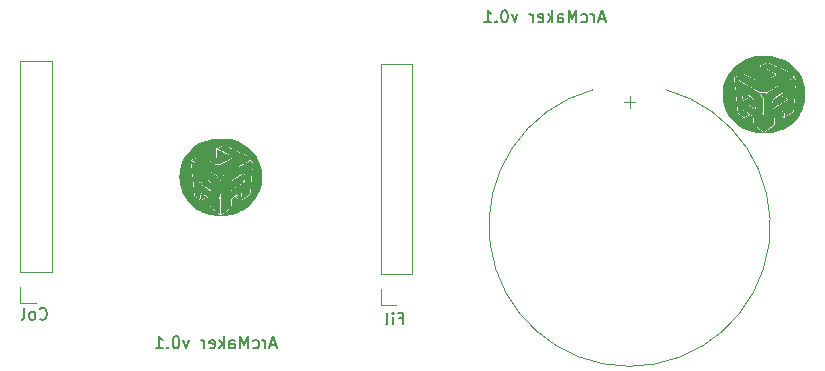
<source format=gbr>
%TF.GenerationSoftware,KiCad,Pcbnew,8.0.7*%
%TF.CreationDate,2025-04-21T23:50:56-03:00*%
%TF.ProjectId,matrixdisplay,6d617472-6978-4646-9973-706c61792e6b,rev?*%
%TF.SameCoordinates,Original*%
%TF.FileFunction,Legend,Bot*%
%TF.FilePolarity,Positive*%
%FSLAX46Y46*%
G04 Gerber Fmt 4.6, Leading zero omitted, Abs format (unit mm)*
G04 Created by KiCad (PCBNEW 8.0.7) date 2025-04-21 23:50:56*
%MOMM*%
%LPD*%
G01*
G04 APERTURE LIST*
%ADD10C,0.200000*%
%ADD11C,0.000000*%
%ADD12C,0.120000*%
G04 APERTURE END LIST*
D10*
X167327945Y-76181504D02*
X166851755Y-76181504D01*
X167423183Y-76467219D02*
X167089850Y-75467219D01*
X167089850Y-75467219D02*
X166756517Y-76467219D01*
X166423183Y-76467219D02*
X166423183Y-75800552D01*
X166423183Y-75991028D02*
X166375564Y-75895790D01*
X166375564Y-75895790D02*
X166327945Y-75848171D01*
X166327945Y-75848171D02*
X166232707Y-75800552D01*
X166232707Y-75800552D02*
X166137469Y-75800552D01*
X165375564Y-76419600D02*
X165470802Y-76467219D01*
X165470802Y-76467219D02*
X165661278Y-76467219D01*
X165661278Y-76467219D02*
X165756516Y-76419600D01*
X165756516Y-76419600D02*
X165804135Y-76371980D01*
X165804135Y-76371980D02*
X165851754Y-76276742D01*
X165851754Y-76276742D02*
X165851754Y-75991028D01*
X165851754Y-75991028D02*
X165804135Y-75895790D01*
X165804135Y-75895790D02*
X165756516Y-75848171D01*
X165756516Y-75848171D02*
X165661278Y-75800552D01*
X165661278Y-75800552D02*
X165470802Y-75800552D01*
X165470802Y-75800552D02*
X165375564Y-75848171D01*
X164946992Y-76467219D02*
X164946992Y-75467219D01*
X164946992Y-75467219D02*
X164613659Y-76181504D01*
X164613659Y-76181504D02*
X164280326Y-75467219D01*
X164280326Y-75467219D02*
X164280326Y-76467219D01*
X163375564Y-76467219D02*
X163375564Y-75943409D01*
X163375564Y-75943409D02*
X163423183Y-75848171D01*
X163423183Y-75848171D02*
X163518421Y-75800552D01*
X163518421Y-75800552D02*
X163708897Y-75800552D01*
X163708897Y-75800552D02*
X163804135Y-75848171D01*
X163375564Y-76419600D02*
X163470802Y-76467219D01*
X163470802Y-76467219D02*
X163708897Y-76467219D01*
X163708897Y-76467219D02*
X163804135Y-76419600D01*
X163804135Y-76419600D02*
X163851754Y-76324361D01*
X163851754Y-76324361D02*
X163851754Y-76229123D01*
X163851754Y-76229123D02*
X163804135Y-76133885D01*
X163804135Y-76133885D02*
X163708897Y-76086266D01*
X163708897Y-76086266D02*
X163470802Y-76086266D01*
X163470802Y-76086266D02*
X163375564Y-76038647D01*
X162899373Y-76467219D02*
X162899373Y-75467219D01*
X162804135Y-76086266D02*
X162518421Y-76467219D01*
X162518421Y-75800552D02*
X162899373Y-76181504D01*
X161708897Y-76419600D02*
X161804135Y-76467219D01*
X161804135Y-76467219D02*
X161994611Y-76467219D01*
X161994611Y-76467219D02*
X162089849Y-76419600D01*
X162089849Y-76419600D02*
X162137468Y-76324361D01*
X162137468Y-76324361D02*
X162137468Y-75943409D01*
X162137468Y-75943409D02*
X162089849Y-75848171D01*
X162089849Y-75848171D02*
X161994611Y-75800552D01*
X161994611Y-75800552D02*
X161804135Y-75800552D01*
X161804135Y-75800552D02*
X161708897Y-75848171D01*
X161708897Y-75848171D02*
X161661278Y-75943409D01*
X161661278Y-75943409D02*
X161661278Y-76038647D01*
X161661278Y-76038647D02*
X162137468Y-76133885D01*
X161232706Y-76467219D02*
X161232706Y-75800552D01*
X161232706Y-75991028D02*
X161185087Y-75895790D01*
X161185087Y-75895790D02*
X161137468Y-75848171D01*
X161137468Y-75848171D02*
X161042230Y-75800552D01*
X161042230Y-75800552D02*
X160946992Y-75800552D01*
X159946991Y-75800552D02*
X159708896Y-76467219D01*
X159708896Y-76467219D02*
X159470801Y-75800552D01*
X158899372Y-75467219D02*
X158804134Y-75467219D01*
X158804134Y-75467219D02*
X158708896Y-75514838D01*
X158708896Y-75514838D02*
X158661277Y-75562457D01*
X158661277Y-75562457D02*
X158613658Y-75657695D01*
X158613658Y-75657695D02*
X158566039Y-75848171D01*
X158566039Y-75848171D02*
X158566039Y-76086266D01*
X158566039Y-76086266D02*
X158613658Y-76276742D01*
X158613658Y-76276742D02*
X158661277Y-76371980D01*
X158661277Y-76371980D02*
X158708896Y-76419600D01*
X158708896Y-76419600D02*
X158804134Y-76467219D01*
X158804134Y-76467219D02*
X158899372Y-76467219D01*
X158899372Y-76467219D02*
X158994610Y-76419600D01*
X158994610Y-76419600D02*
X159042229Y-76371980D01*
X159042229Y-76371980D02*
X159089848Y-76276742D01*
X159089848Y-76276742D02*
X159137467Y-76086266D01*
X159137467Y-76086266D02*
X159137467Y-75848171D01*
X159137467Y-75848171D02*
X159089848Y-75657695D01*
X159089848Y-75657695D02*
X159042229Y-75562457D01*
X159042229Y-75562457D02*
X158994610Y-75514838D01*
X158994610Y-75514838D02*
X158899372Y-75467219D01*
X158137467Y-76371980D02*
X158089848Y-76419600D01*
X158089848Y-76419600D02*
X158137467Y-76467219D01*
X158137467Y-76467219D02*
X158185086Y-76419600D01*
X158185086Y-76419600D02*
X158137467Y-76371980D01*
X158137467Y-76371980D02*
X158137467Y-76467219D01*
X157137468Y-76467219D02*
X157708896Y-76467219D01*
X157423182Y-76467219D02*
X157423182Y-75467219D01*
X157423182Y-75467219D02*
X157518420Y-75610076D01*
X157518420Y-75610076D02*
X157613658Y-75705314D01*
X157613658Y-75705314D02*
X157708896Y-75752933D01*
X139527945Y-103781504D02*
X139051755Y-103781504D01*
X139623183Y-104067219D02*
X139289850Y-103067219D01*
X139289850Y-103067219D02*
X138956517Y-104067219D01*
X138623183Y-104067219D02*
X138623183Y-103400552D01*
X138623183Y-103591028D02*
X138575564Y-103495790D01*
X138575564Y-103495790D02*
X138527945Y-103448171D01*
X138527945Y-103448171D02*
X138432707Y-103400552D01*
X138432707Y-103400552D02*
X138337469Y-103400552D01*
X137575564Y-104019600D02*
X137670802Y-104067219D01*
X137670802Y-104067219D02*
X137861278Y-104067219D01*
X137861278Y-104067219D02*
X137956516Y-104019600D01*
X137956516Y-104019600D02*
X138004135Y-103971980D01*
X138004135Y-103971980D02*
X138051754Y-103876742D01*
X138051754Y-103876742D02*
X138051754Y-103591028D01*
X138051754Y-103591028D02*
X138004135Y-103495790D01*
X138004135Y-103495790D02*
X137956516Y-103448171D01*
X137956516Y-103448171D02*
X137861278Y-103400552D01*
X137861278Y-103400552D02*
X137670802Y-103400552D01*
X137670802Y-103400552D02*
X137575564Y-103448171D01*
X137146992Y-104067219D02*
X137146992Y-103067219D01*
X137146992Y-103067219D02*
X136813659Y-103781504D01*
X136813659Y-103781504D02*
X136480326Y-103067219D01*
X136480326Y-103067219D02*
X136480326Y-104067219D01*
X135575564Y-104067219D02*
X135575564Y-103543409D01*
X135575564Y-103543409D02*
X135623183Y-103448171D01*
X135623183Y-103448171D02*
X135718421Y-103400552D01*
X135718421Y-103400552D02*
X135908897Y-103400552D01*
X135908897Y-103400552D02*
X136004135Y-103448171D01*
X135575564Y-104019600D02*
X135670802Y-104067219D01*
X135670802Y-104067219D02*
X135908897Y-104067219D01*
X135908897Y-104067219D02*
X136004135Y-104019600D01*
X136004135Y-104019600D02*
X136051754Y-103924361D01*
X136051754Y-103924361D02*
X136051754Y-103829123D01*
X136051754Y-103829123D02*
X136004135Y-103733885D01*
X136004135Y-103733885D02*
X135908897Y-103686266D01*
X135908897Y-103686266D02*
X135670802Y-103686266D01*
X135670802Y-103686266D02*
X135575564Y-103638647D01*
X135099373Y-104067219D02*
X135099373Y-103067219D01*
X135004135Y-103686266D02*
X134718421Y-104067219D01*
X134718421Y-103400552D02*
X135099373Y-103781504D01*
X133908897Y-104019600D02*
X134004135Y-104067219D01*
X134004135Y-104067219D02*
X134194611Y-104067219D01*
X134194611Y-104067219D02*
X134289849Y-104019600D01*
X134289849Y-104019600D02*
X134337468Y-103924361D01*
X134337468Y-103924361D02*
X134337468Y-103543409D01*
X134337468Y-103543409D02*
X134289849Y-103448171D01*
X134289849Y-103448171D02*
X134194611Y-103400552D01*
X134194611Y-103400552D02*
X134004135Y-103400552D01*
X134004135Y-103400552D02*
X133908897Y-103448171D01*
X133908897Y-103448171D02*
X133861278Y-103543409D01*
X133861278Y-103543409D02*
X133861278Y-103638647D01*
X133861278Y-103638647D02*
X134337468Y-103733885D01*
X133432706Y-104067219D02*
X133432706Y-103400552D01*
X133432706Y-103591028D02*
X133385087Y-103495790D01*
X133385087Y-103495790D02*
X133337468Y-103448171D01*
X133337468Y-103448171D02*
X133242230Y-103400552D01*
X133242230Y-103400552D02*
X133146992Y-103400552D01*
X132146991Y-103400552D02*
X131908896Y-104067219D01*
X131908896Y-104067219D02*
X131670801Y-103400552D01*
X131099372Y-103067219D02*
X131004134Y-103067219D01*
X131004134Y-103067219D02*
X130908896Y-103114838D01*
X130908896Y-103114838D02*
X130861277Y-103162457D01*
X130861277Y-103162457D02*
X130813658Y-103257695D01*
X130813658Y-103257695D02*
X130766039Y-103448171D01*
X130766039Y-103448171D02*
X130766039Y-103686266D01*
X130766039Y-103686266D02*
X130813658Y-103876742D01*
X130813658Y-103876742D02*
X130861277Y-103971980D01*
X130861277Y-103971980D02*
X130908896Y-104019600D01*
X130908896Y-104019600D02*
X131004134Y-104067219D01*
X131004134Y-104067219D02*
X131099372Y-104067219D01*
X131099372Y-104067219D02*
X131194610Y-104019600D01*
X131194610Y-104019600D02*
X131242229Y-103971980D01*
X131242229Y-103971980D02*
X131289848Y-103876742D01*
X131289848Y-103876742D02*
X131337467Y-103686266D01*
X131337467Y-103686266D02*
X131337467Y-103448171D01*
X131337467Y-103448171D02*
X131289848Y-103257695D01*
X131289848Y-103257695D02*
X131242229Y-103162457D01*
X131242229Y-103162457D02*
X131194610Y-103114838D01*
X131194610Y-103114838D02*
X131099372Y-103067219D01*
X130337467Y-103971980D02*
X130289848Y-104019600D01*
X130289848Y-104019600D02*
X130337467Y-104067219D01*
X130337467Y-104067219D02*
X130385086Y-104019600D01*
X130385086Y-104019600D02*
X130337467Y-103971980D01*
X130337467Y-103971980D02*
X130337467Y-104067219D01*
X129337468Y-104067219D02*
X129908896Y-104067219D01*
X129623182Y-104067219D02*
X129623182Y-103067219D01*
X129623182Y-103067219D02*
X129718420Y-103210076D01*
X129718420Y-103210076D02*
X129813658Y-103305314D01*
X129813658Y-103305314D02*
X129908896Y-103352933D01*
X119508898Y-101571980D02*
X119556517Y-101619600D01*
X119556517Y-101619600D02*
X119699374Y-101667219D01*
X119699374Y-101667219D02*
X119794612Y-101667219D01*
X119794612Y-101667219D02*
X119937469Y-101619600D01*
X119937469Y-101619600D02*
X120032707Y-101524361D01*
X120032707Y-101524361D02*
X120080326Y-101429123D01*
X120080326Y-101429123D02*
X120127945Y-101238647D01*
X120127945Y-101238647D02*
X120127945Y-101095790D01*
X120127945Y-101095790D02*
X120080326Y-100905314D01*
X120080326Y-100905314D02*
X120032707Y-100810076D01*
X120032707Y-100810076D02*
X119937469Y-100714838D01*
X119937469Y-100714838D02*
X119794612Y-100667219D01*
X119794612Y-100667219D02*
X119699374Y-100667219D01*
X119699374Y-100667219D02*
X119556517Y-100714838D01*
X119556517Y-100714838D02*
X119508898Y-100762457D01*
X118937469Y-101667219D02*
X119032707Y-101619600D01*
X119032707Y-101619600D02*
X119080326Y-101571980D01*
X119080326Y-101571980D02*
X119127945Y-101476742D01*
X119127945Y-101476742D02*
X119127945Y-101191028D01*
X119127945Y-101191028D02*
X119080326Y-101095790D01*
X119080326Y-101095790D02*
X119032707Y-101048171D01*
X119032707Y-101048171D02*
X118937469Y-101000552D01*
X118937469Y-101000552D02*
X118794612Y-101000552D01*
X118794612Y-101000552D02*
X118699374Y-101048171D01*
X118699374Y-101048171D02*
X118651755Y-101095790D01*
X118651755Y-101095790D02*
X118604136Y-101191028D01*
X118604136Y-101191028D02*
X118604136Y-101476742D01*
X118604136Y-101476742D02*
X118651755Y-101571980D01*
X118651755Y-101571980D02*
X118699374Y-101619600D01*
X118699374Y-101619600D02*
X118794612Y-101667219D01*
X118794612Y-101667219D02*
X118937469Y-101667219D01*
X118032707Y-101667219D02*
X118127945Y-101619600D01*
X118127945Y-101619600D02*
X118175564Y-101524361D01*
X118175564Y-101524361D02*
X118175564Y-100667219D01*
X149946993Y-101543409D02*
X150280326Y-101543409D01*
X150280326Y-102067219D02*
X150280326Y-101067219D01*
X150280326Y-101067219D02*
X149804136Y-101067219D01*
X149423183Y-102067219D02*
X149423183Y-101400552D01*
X149423183Y-101067219D02*
X149470802Y-101114838D01*
X149470802Y-101114838D02*
X149423183Y-101162457D01*
X149423183Y-101162457D02*
X149375564Y-101114838D01*
X149375564Y-101114838D02*
X149423183Y-101067219D01*
X149423183Y-101067219D02*
X149423183Y-101162457D01*
X148804136Y-102067219D02*
X148899374Y-102019600D01*
X148899374Y-102019600D02*
X148946993Y-101924361D01*
X148946993Y-101924361D02*
X148946993Y-101067219D01*
D11*
%TO.C,G\u002A\u002A\u002A*%
G36*
X138147291Y-88463370D02*
G01*
X138234283Y-88733806D01*
X138295743Y-89011795D01*
X138332218Y-89299729D01*
X138344254Y-89600000D01*
X138343844Y-89657053D01*
X138327705Y-89951633D01*
X138287548Y-90234128D01*
X138222650Y-90507717D01*
X138132285Y-90775574D01*
X138015730Y-91040876D01*
X138004482Y-91063604D01*
X137859655Y-91322769D01*
X137693012Y-91565772D01*
X137506145Y-91791485D01*
X137300649Y-91998779D01*
X137078118Y-92186526D01*
X136840146Y-92353599D01*
X136588328Y-92498868D01*
X136324258Y-92621205D01*
X136049530Y-92719483D01*
X135765737Y-92792573D01*
X135474475Y-92839347D01*
X135440258Y-92842253D01*
X135371760Y-92845739D01*
X135282782Y-92848588D01*
X135177729Y-92850796D01*
X135061005Y-92852357D01*
X134937014Y-92853266D01*
X134810158Y-92853516D01*
X134684843Y-92853103D01*
X134565471Y-92852021D01*
X134456447Y-92850264D01*
X134362174Y-92847828D01*
X134287056Y-92844706D01*
X134235497Y-92840893D01*
X134220485Y-92839227D01*
X133924501Y-92791892D01*
X133637158Y-92718458D01*
X133359871Y-92619918D01*
X133094057Y-92497263D01*
X132841131Y-92351485D01*
X132602510Y-92183574D01*
X132379608Y-91994523D01*
X132173842Y-91785324D01*
X131986629Y-91556967D01*
X131819383Y-91310445D01*
X131673521Y-91046749D01*
X131648958Y-90996142D01*
X131536652Y-90730892D01*
X131450411Y-90461428D01*
X131389599Y-90184976D01*
X131353578Y-89898758D01*
X131341713Y-89600000D01*
X131342005Y-89552167D01*
X131357825Y-89253981D01*
X131398167Y-88967759D01*
X131463581Y-88691108D01*
X131554612Y-88421637D01*
X131671809Y-88156954D01*
X131678672Y-88144053D01*
X132301822Y-88144053D01*
X132302340Y-88156179D01*
X132305520Y-88194163D01*
X132311209Y-88255840D01*
X132319179Y-88339008D01*
X132329203Y-88441465D01*
X132341055Y-88561011D01*
X132354507Y-88695444D01*
X132369334Y-88842561D01*
X132385307Y-89000162D01*
X132402200Y-89166045D01*
X132419786Y-89338009D01*
X132437839Y-89513852D01*
X132456131Y-89691372D01*
X132474435Y-89868368D01*
X132492526Y-90042639D01*
X132510174Y-90211983D01*
X132527155Y-90374198D01*
X132543241Y-90527083D01*
X132558204Y-90668437D01*
X132571819Y-90796058D01*
X132583859Y-90907744D01*
X132594095Y-91001294D01*
X132602302Y-91074506D01*
X132608253Y-91125179D01*
X132611721Y-91151112D01*
X132614305Y-91161108D01*
X132623728Y-91178679D01*
X132642046Y-91199841D01*
X132672090Y-91227081D01*
X132716689Y-91262886D01*
X132778670Y-91309743D01*
X132860863Y-91370139D01*
X132883075Y-91386321D01*
X132955315Y-91438748D01*
X133020331Y-91485633D01*
X133074267Y-91524213D01*
X133113270Y-91551729D01*
X133133485Y-91565420D01*
X133134612Y-91566099D01*
X133146834Y-91571089D01*
X133162122Y-91571006D01*
X133183938Y-91564224D01*
X133215743Y-91549118D01*
X133260998Y-91524063D01*
X133323164Y-91487435D01*
X133405701Y-91437609D01*
X133420206Y-91428810D01*
X133493013Y-91384781D01*
X133557036Y-91346276D01*
X133608479Y-91315564D01*
X133643544Y-91294913D01*
X133658435Y-91286592D01*
X133664308Y-91287667D01*
X133689322Y-91300618D01*
X133727396Y-91324349D01*
X133772527Y-91354665D01*
X133818713Y-91387372D01*
X133859953Y-91418277D01*
X133890246Y-91443186D01*
X133903588Y-91457904D01*
X133905061Y-91468217D01*
X133908101Y-91503805D01*
X133912069Y-91560494D01*
X133916705Y-91634263D01*
X133921746Y-91721088D01*
X133926931Y-91816950D01*
X133944862Y-92160474D01*
X134379890Y-92479381D01*
X134398410Y-92492949D01*
X134494627Y-92563151D01*
X134583508Y-92627533D01*
X134662513Y-92684289D01*
X134729101Y-92731611D01*
X134780731Y-92767689D01*
X134814861Y-92790717D01*
X134828951Y-92798886D01*
X134829089Y-92798880D01*
X134844025Y-92790634D01*
X134878641Y-92768276D01*
X134929899Y-92733936D01*
X134994762Y-92689742D01*
X135070191Y-92637823D01*
X135153149Y-92580309D01*
X135240599Y-92519328D01*
X135329503Y-92457011D01*
X135416824Y-92395484D01*
X135499523Y-92336878D01*
X135574563Y-92283322D01*
X135638907Y-92236945D01*
X135689516Y-92199875D01*
X135723354Y-92174243D01*
X135737382Y-92162176D01*
X135739801Y-92152198D01*
X135742980Y-92117343D01*
X135745550Y-92062911D01*
X135747292Y-91993941D01*
X135747991Y-91915470D01*
X135748161Y-91876234D01*
X135749327Y-91785991D01*
X135751399Y-91698890D01*
X135754153Y-91623237D01*
X135757365Y-91567342D01*
X135766440Y-91450760D01*
X135896111Y-91360353D01*
X135942518Y-91328683D01*
X135989440Y-91298243D01*
X136024100Y-91277567D01*
X136041220Y-91269945D01*
X136043190Y-91270421D01*
X136064616Y-91281064D01*
X136104967Y-91304012D01*
X136160466Y-91337026D01*
X136227337Y-91377871D01*
X136301805Y-91424310D01*
X136321206Y-91436497D01*
X136394047Y-91481720D01*
X136458289Y-91520784D01*
X136510166Y-91551455D01*
X136545914Y-91571497D01*
X136561769Y-91578674D01*
X136569493Y-91574966D01*
X136598197Y-91557129D01*
X136645089Y-91526234D01*
X136707380Y-91484172D01*
X136782278Y-91432833D01*
X136866993Y-91374105D01*
X136958734Y-91309879D01*
X137023134Y-91264584D01*
X137109310Y-91203978D01*
X137185983Y-91150061D01*
X137250464Y-91104726D01*
X137300060Y-91069864D01*
X137332083Y-91047366D01*
X137343840Y-91039124D01*
X137344197Y-91036797D01*
X137346662Y-91012203D01*
X137351242Y-90962317D01*
X137357772Y-90889050D01*
X137366087Y-90794314D01*
X137376021Y-90680020D01*
X137387410Y-90548081D01*
X137400087Y-90400407D01*
X137413889Y-90238910D01*
X137428649Y-90065502D01*
X137444203Y-89882094D01*
X137460384Y-89690599D01*
X137573973Y-88344033D01*
X137436379Y-88102814D01*
X137298785Y-87861595D01*
X136246299Y-87377744D01*
X136162149Y-87339060D01*
X136002903Y-87265858D01*
X135851415Y-87196230D01*
X135709656Y-87131080D01*
X135579596Y-87071315D01*
X135463207Y-87017839D01*
X135362462Y-86971560D01*
X135279331Y-86933382D01*
X135215785Y-86904211D01*
X135173796Y-86884953D01*
X135155337Y-86876515D01*
X135142464Y-86872014D01*
X135126615Y-86870762D01*
X135105135Y-86874232D01*
X135074717Y-86883597D01*
X135032053Y-86900032D01*
X134973832Y-86924710D01*
X134896748Y-86958806D01*
X134797491Y-87003494D01*
X134728064Y-87034990D01*
X134646231Y-87072431D01*
X134575650Y-87105081D01*
X134519910Y-87131265D01*
X134482600Y-87149310D01*
X134467308Y-87157541D01*
X134466691Y-87159354D01*
X134465168Y-87182624D01*
X134464456Y-87230095D01*
X134464499Y-87298799D01*
X134465244Y-87385764D01*
X134466635Y-87488023D01*
X134468617Y-87602606D01*
X134471137Y-87726543D01*
X134474139Y-87856865D01*
X134477568Y-87990604D01*
X134481370Y-88124790D01*
X134485491Y-88256453D01*
X134489875Y-88382624D01*
X134494901Y-88519448D01*
X134451916Y-88519448D01*
X134437386Y-88516093D01*
X134401678Y-88501648D01*
X134346169Y-88475446D01*
X134270111Y-88437102D01*
X134172759Y-88386230D01*
X134053364Y-88322444D01*
X133911180Y-88245358D01*
X133745459Y-88154586D01*
X133678455Y-88117755D01*
X133556778Y-88050962D01*
X133443815Y-87989066D01*
X133341834Y-87933303D01*
X133253099Y-87884909D01*
X133179880Y-87845118D01*
X133124441Y-87815167D01*
X133089050Y-87796291D01*
X133075974Y-87789724D01*
X133074476Y-87790152D01*
X133054022Y-87798656D01*
X133012986Y-87816727D01*
X132955210Y-87842606D01*
X132884534Y-87874536D01*
X132804801Y-87910757D01*
X132719852Y-87949512D01*
X132633528Y-87989042D01*
X132549670Y-88027590D01*
X132472119Y-88063397D01*
X132404718Y-88094705D01*
X132351307Y-88119756D01*
X132315728Y-88136792D01*
X132301822Y-88144053D01*
X131678672Y-88144053D01*
X131765977Y-87979927D01*
X131927693Y-87723313D01*
X132109125Y-87486170D01*
X132309386Y-87269133D01*
X132527594Y-87072837D01*
X132762864Y-86897917D01*
X133014310Y-86745010D01*
X133281049Y-86614750D01*
X133562196Y-86507774D01*
X133856867Y-86424716D01*
X134164177Y-86366213D01*
X134186598Y-86363326D01*
X134261277Y-86356837D01*
X134357692Y-86351572D01*
X134471317Y-86347530D01*
X134597628Y-86344711D01*
X134732100Y-86343118D01*
X134870206Y-86342746D01*
X135007423Y-86343599D01*
X135139226Y-86345674D01*
X135261089Y-86348973D01*
X135368488Y-86353496D01*
X135456896Y-86359243D01*
X135521791Y-86366213D01*
X135722729Y-86401353D01*
X136022150Y-86475851D01*
X136308250Y-86574457D01*
X136580167Y-86696552D01*
X136837042Y-86841518D01*
X137078012Y-87008736D01*
X137302217Y-87197588D01*
X137508795Y-87407454D01*
X137696886Y-87637717D01*
X137865627Y-87887756D01*
X138014159Y-88156954D01*
X138034220Y-88198096D01*
X138096425Y-88344033D01*
X138147291Y-88463370D01*
G37*
G36*
X137432100Y-89651566D02*
G01*
X137429816Y-89678373D01*
X137413816Y-89865960D01*
X137398447Y-90045781D01*
X137383886Y-90215816D01*
X137370306Y-90374044D01*
X137357882Y-90518446D01*
X137346787Y-90647002D01*
X137337197Y-90757693D01*
X137329284Y-90848497D01*
X137323225Y-90917395D01*
X137319192Y-90962368D01*
X137317361Y-90981395D01*
X137314331Y-90990875D01*
X137303215Y-91006739D01*
X137281997Y-91027963D01*
X137248495Y-91056286D01*
X137200524Y-91093445D01*
X137135899Y-91141179D01*
X137052438Y-91201224D01*
X136947956Y-91275320D01*
X136897971Y-91310569D01*
X136812919Y-91370356D01*
X136737046Y-91423446D01*
X136673096Y-91467932D01*
X136623815Y-91501909D01*
X136591946Y-91523471D01*
X136580232Y-91530713D01*
X136580024Y-91524931D01*
X136580925Y-91495310D01*
X136583174Y-91444029D01*
X136586585Y-91374991D01*
X136590970Y-91292099D01*
X136596142Y-91199256D01*
X136599297Y-91141055D01*
X136603412Y-91052900D01*
X136606158Y-90976608D01*
X136607429Y-90916216D01*
X136607118Y-90875760D01*
X136605119Y-90859275D01*
X136604806Y-90859111D01*
X136589345Y-90865644D01*
X136553560Y-90886188D01*
X136500063Y-90919086D01*
X136431466Y-90962681D01*
X136350382Y-91015313D01*
X136259422Y-91075325D01*
X136161198Y-91141058D01*
X135727072Y-91433566D01*
X135720056Y-91785636D01*
X135718226Y-91863642D01*
X135715386Y-91953368D01*
X135712117Y-92030680D01*
X135708616Y-92091667D01*
X135705082Y-92132415D01*
X135701711Y-92149011D01*
X135689740Y-92158199D01*
X135657179Y-92181979D01*
X135606826Y-92218289D01*
X135541342Y-92265222D01*
X135463389Y-92320871D01*
X135375626Y-92383330D01*
X135280717Y-92450691D01*
X135191819Y-92513558D01*
X135103715Y-92575556D01*
X135025261Y-92630447D01*
X134959100Y-92676396D01*
X134907873Y-92711569D01*
X134874223Y-92734130D01*
X134860793Y-92742245D01*
X134852996Y-92735962D01*
X134844397Y-92711851D01*
X134844024Y-92708030D01*
X134842776Y-92679477D01*
X134841160Y-92625591D01*
X134839213Y-92548346D01*
X134836977Y-92449713D01*
X134834491Y-92331664D01*
X134831794Y-92196171D01*
X134828925Y-92045207D01*
X134825926Y-91880743D01*
X134822835Y-91704753D01*
X134819692Y-91519207D01*
X134816537Y-91326077D01*
X134806476Y-90698878D01*
X135509769Y-90698878D01*
X135509783Y-90761221D01*
X135511197Y-90804162D01*
X135514135Y-90830843D01*
X135518719Y-90844404D01*
X135525074Y-90847988D01*
X135529339Y-90846446D01*
X135555630Y-90832097D01*
X135604210Y-90803114D01*
X135674254Y-90760020D01*
X135764933Y-90703338D01*
X135875423Y-90633591D01*
X136004895Y-90551302D01*
X136152524Y-90456995D01*
X136317482Y-90351191D01*
X136498943Y-90234414D01*
X136696081Y-90107187D01*
X136865200Y-89997902D01*
X136882694Y-89700469D01*
X136884400Y-89670661D01*
X136888781Y-89584278D01*
X136891800Y-89508585D01*
X136893337Y-89447911D01*
X136893269Y-89406586D01*
X136891474Y-89388937D01*
X136880360Y-89377825D01*
X136851217Y-89354876D01*
X136812131Y-89327273D01*
X136741503Y-89279709D01*
X136219148Y-89595127D01*
X135696794Y-89910546D01*
X135608395Y-90064239D01*
X135519996Y-90217933D01*
X135512752Y-90533442D01*
X135511034Y-90613992D01*
X135509769Y-90698878D01*
X134806476Y-90698878D01*
X134794814Y-89971879D01*
X134947319Y-89705249D01*
X135099825Y-89438619D01*
X136206321Y-88811419D01*
X136213542Y-88807326D01*
X136375821Y-88715478D01*
X136531287Y-88627732D01*
X136678183Y-88545066D01*
X136814750Y-88468457D01*
X136939232Y-88398885D01*
X137049869Y-88337326D01*
X137144905Y-88284761D01*
X137222581Y-88242166D01*
X137281138Y-88210520D01*
X137318820Y-88190801D01*
X137333868Y-88183988D01*
X137340553Y-88185964D01*
X137366947Y-88202536D01*
X137404901Y-88232318D01*
X137448608Y-88270912D01*
X137542298Y-88358066D01*
X137449450Y-89447911D01*
X137432100Y-89651566D01*
G37*
G36*
X134783731Y-91129468D02*
G01*
X134721650Y-91156929D01*
X134701425Y-91166132D01*
X134667916Y-91182712D01*
X134650799Y-91193161D01*
X134651944Y-91202875D01*
X134664304Y-91232737D01*
X134686575Y-91277126D01*
X134716199Y-91330662D01*
X134790370Y-91459392D01*
X134800712Y-92101409D01*
X134802415Y-92214670D01*
X134803978Y-92338290D01*
X134805081Y-92450511D01*
X134805712Y-92548555D01*
X134805860Y-92629646D01*
X134805515Y-92691005D01*
X134804665Y-92729858D01*
X134803298Y-92743426D01*
X134801801Y-92742668D01*
X134783201Y-92730163D01*
X134746025Y-92704044D01*
X134693396Y-92666573D01*
X134628440Y-92620015D01*
X134554280Y-92566635D01*
X134474042Y-92508697D01*
X134390850Y-92448464D01*
X134307828Y-92388202D01*
X134228103Y-92330174D01*
X134154797Y-92276646D01*
X134091035Y-92229880D01*
X134039943Y-92192142D01*
X134004645Y-92165695D01*
X133988265Y-92152805D01*
X133984912Y-92141127D01*
X133979890Y-92104470D01*
X133974180Y-92046862D01*
X133968122Y-91972203D01*
X133962059Y-91884393D01*
X133956330Y-91787333D01*
X133954457Y-91752941D01*
X133948768Y-91651591D01*
X133943893Y-91573849D01*
X133939376Y-91516291D01*
X133934757Y-91475491D01*
X133929581Y-91448021D01*
X133923390Y-91430458D01*
X133915725Y-91419374D01*
X133906131Y-91411345D01*
X133842906Y-91366377D01*
X133736218Y-91291133D01*
X133629878Y-91216856D01*
X133526391Y-91145239D01*
X133428262Y-91077979D01*
X133338000Y-91016772D01*
X133258108Y-90963311D01*
X133191094Y-90919293D01*
X133139464Y-90886413D01*
X133105723Y-90866367D01*
X133092378Y-90860849D01*
X133091023Y-90866740D01*
X133090490Y-90896880D01*
X133092258Y-90948640D01*
X133096119Y-91017945D01*
X133101866Y-91100721D01*
X133109292Y-91192893D01*
X133113711Y-91245345D01*
X133120643Y-91332199D01*
X133126132Y-91407073D01*
X133129909Y-91465976D01*
X133131706Y-91504912D01*
X133131254Y-91519888D01*
X133131165Y-91519927D01*
X133118261Y-91512574D01*
X133086857Y-91491686D01*
X133040949Y-91460098D01*
X132984532Y-91420646D01*
X132921600Y-91376166D01*
X132856147Y-91329493D01*
X132792169Y-91283463D01*
X132733659Y-91240910D01*
X132684612Y-91204671D01*
X132649024Y-91177582D01*
X132648641Y-91175635D01*
X132645690Y-91152134D01*
X132640147Y-91103752D01*
X132632244Y-91032689D01*
X132622213Y-90941144D01*
X132610288Y-90831317D01*
X132596700Y-90705406D01*
X132581684Y-90565613D01*
X132565470Y-90414135D01*
X132548292Y-90253173D01*
X132530383Y-90084926D01*
X132511976Y-89911593D01*
X132493302Y-89735374D01*
X132474595Y-89558469D01*
X132470930Y-89523741D01*
X132967542Y-89523741D01*
X132993108Y-89824992D01*
X133018674Y-90126243D01*
X133558763Y-90487597D01*
X133657562Y-90553579D01*
X133761456Y-90622689D01*
X133856161Y-90685398D01*
X133939326Y-90740164D01*
X134008599Y-90785445D01*
X134061630Y-90819697D01*
X134096069Y-90841380D01*
X134109564Y-90848950D01*
X134111231Y-90848867D01*
X134115116Y-90846749D01*
X134117766Y-90839301D01*
X134119145Y-90823283D01*
X134119216Y-90795452D01*
X134117945Y-90752564D01*
X134115294Y-90691377D01*
X134111229Y-90608648D01*
X134105713Y-90501136D01*
X134091149Y-90219372D01*
X134003972Y-90065307D01*
X133916796Y-89911241D01*
X133519944Y-89662257D01*
X133421216Y-89600205D01*
X133331087Y-89543748D01*
X133259552Y-89499948D01*
X133203758Y-89467805D01*
X133160849Y-89446323D01*
X133127972Y-89434503D01*
X133102271Y-89431348D01*
X133080894Y-89435858D01*
X133060986Y-89447036D01*
X133039692Y-89463885D01*
X133014158Y-89485405D01*
X132967542Y-89523741D01*
X132470930Y-89523741D01*
X132456087Y-89383076D01*
X132438011Y-89211396D01*
X132420600Y-89045627D01*
X132404087Y-88887970D01*
X132388703Y-88740623D01*
X132374682Y-88605787D01*
X132362256Y-88485660D01*
X132351658Y-88382442D01*
X132343121Y-88298333D01*
X132336878Y-88235532D01*
X132333160Y-88196239D01*
X132332201Y-88182652D01*
X132340571Y-88187080D01*
X132371119Y-88204538D01*
X132422003Y-88234077D01*
X132491109Y-88274447D01*
X132576320Y-88324397D01*
X132675521Y-88382676D01*
X132786598Y-88448035D01*
X132907434Y-88519222D01*
X133035914Y-88594988D01*
X133169923Y-88674082D01*
X133307346Y-88755252D01*
X133446067Y-88837250D01*
X133583970Y-88918824D01*
X133718941Y-88998724D01*
X133848864Y-89075699D01*
X133971624Y-89148499D01*
X134085105Y-89215873D01*
X134187192Y-89276571D01*
X134275770Y-89329343D01*
X134348723Y-89372938D01*
X134403936Y-89406105D01*
X134439293Y-89427594D01*
X134452680Y-89436155D01*
X134454601Y-89438443D01*
X134469750Y-89461098D01*
X134495826Y-89503190D01*
X134530486Y-89560833D01*
X134571386Y-89630142D01*
X134616181Y-89707230D01*
X134763024Y-89961807D01*
X134773378Y-90545638D01*
X134777808Y-90795452D01*
X134783731Y-91129468D01*
G37*
G36*
X136571084Y-91068497D02*
G01*
X136568392Y-91116424D01*
X136563081Y-91209888D01*
X136557650Y-91304361D01*
X136552930Y-91385327D01*
X136549814Y-91431405D01*
X136543819Y-91488807D01*
X136536790Y-91520262D01*
X136528497Y-91527100D01*
X136511817Y-91517494D01*
X136469384Y-91491895D01*
X136415384Y-91458384D01*
X136354238Y-91419808D01*
X136290369Y-91379015D01*
X136228197Y-91338852D01*
X136172145Y-91302167D01*
X136126633Y-91271806D01*
X136096083Y-91250618D01*
X136084917Y-91241449D01*
X136086261Y-91239600D01*
X136104635Y-91224740D01*
X136141875Y-91197669D01*
X136194565Y-91160791D01*
X136259293Y-91116505D01*
X136332645Y-91067213D01*
X136580373Y-90902133D01*
X136571084Y-91068497D01*
G37*
G36*
X133355200Y-91063534D02*
G01*
X133373717Y-91076498D01*
X133444963Y-91126628D01*
X133508033Y-91171381D01*
X133559209Y-91208095D01*
X133594777Y-91234109D01*
X133611019Y-91246761D01*
X133612993Y-91250454D01*
X133607283Y-91262572D01*
X133586131Y-91281773D01*
X133547290Y-91309735D01*
X133488509Y-91348137D01*
X133407538Y-91398660D01*
X133339111Y-91440525D01*
X133276536Y-91478287D01*
X133225950Y-91508261D01*
X133191304Y-91528106D01*
X133176547Y-91535483D01*
X133169125Y-91525607D01*
X133165341Y-91497984D01*
X133165290Y-91496080D01*
X133163607Y-91467169D01*
X133159902Y-91415930D01*
X133154561Y-91347332D01*
X133147969Y-91266344D01*
X133140512Y-91177933D01*
X133116366Y-90896474D01*
X133355200Y-91063534D01*
G37*
G36*
X134731240Y-91225243D02*
G01*
X134744686Y-91227091D01*
X134766658Y-91235165D01*
X134778006Y-91254832D01*
X134785127Y-91294287D01*
X134787423Y-91311797D01*
X134792034Y-91353018D01*
X134793868Y-91379491D01*
X134793868Y-91379947D01*
X134793389Y-91391980D01*
X134790079Y-91394039D01*
X134781128Y-91382548D01*
X134763727Y-91353927D01*
X134735066Y-91304599D01*
X134686094Y-91219972D01*
X134731240Y-91225243D01*
G37*
G36*
X134779835Y-91185746D02*
G01*
X134772898Y-91194450D01*
X134748260Y-91199564D01*
X134740652Y-91199408D01*
X134726714Y-91195982D01*
X134737735Y-91185746D01*
X134745441Y-91181046D01*
X134771000Y-91172688D01*
X134779835Y-91185746D01*
G37*
G36*
X134784438Y-89445642D02*
G01*
X134867402Y-89446184D01*
X134939349Y-89447493D01*
X134996016Y-89449429D01*
X135033142Y-89451851D01*
X135046464Y-89454619D01*
X135040228Y-89468075D01*
X135021925Y-89501999D01*
X134993773Y-89552310D01*
X134958003Y-89615027D01*
X134916843Y-89686166D01*
X134876563Y-89754683D01*
X134839549Y-89816365D01*
X134809469Y-89865140D01*
X134788675Y-89897197D01*
X134779515Y-89908729D01*
X134779300Y-89908668D01*
X134769250Y-89895544D01*
X134747639Y-89862105D01*
X134716770Y-89812080D01*
X134678947Y-89749196D01*
X134636472Y-89677182D01*
X134501137Y-89445635D01*
X134773801Y-89445635D01*
X134784438Y-89445642D01*
G37*
G36*
X135255313Y-86956496D02*
G01*
X135282086Y-86968791D01*
X135336161Y-86993628D01*
X135411405Y-87028192D01*
X135505431Y-87071386D01*
X135615852Y-87122113D01*
X135740280Y-87179276D01*
X135876329Y-87241779D01*
X136021611Y-87308526D01*
X136173740Y-87378419D01*
X136330327Y-87450361D01*
X137270378Y-87882263D01*
X137293742Y-88007900D01*
X137298593Y-88035793D01*
X137305737Y-88088407D01*
X137308282Y-88127329D01*
X137305632Y-88145672D01*
X137305617Y-88145688D01*
X137291781Y-88154349D01*
X137255270Y-88175809D01*
X137197834Y-88209067D01*
X137121221Y-88253124D01*
X137027180Y-88306984D01*
X136917460Y-88369646D01*
X136793809Y-88440112D01*
X136657975Y-88517383D01*
X136511709Y-88600460D01*
X136356757Y-88688346D01*
X136194869Y-88780041D01*
X135095580Y-89402273D01*
X134782498Y-89402905D01*
X134469416Y-89403536D01*
X133417775Y-88784368D01*
X133286749Y-88707150D01*
X133135301Y-88617705D01*
X132992413Y-88533110D01*
X132859826Y-88454405D01*
X132739277Y-88382627D01*
X132632504Y-88318818D01*
X132541246Y-88264016D01*
X132467242Y-88219259D01*
X132412229Y-88185589D01*
X132377947Y-88164043D01*
X132366133Y-88155662D01*
X132366324Y-88155261D01*
X132381499Y-88145905D01*
X132418629Y-88126816D01*
X132474460Y-88099560D01*
X132545739Y-88065704D01*
X132629214Y-88026814D01*
X132721633Y-87984457D01*
X133077132Y-87822790D01*
X133735528Y-88185056D01*
X134393923Y-88547321D01*
X134573450Y-88547418D01*
X134752978Y-88547514D01*
X135279617Y-88273868D01*
X135341231Y-88241893D01*
X135449689Y-88185814D01*
X135549072Y-88134687D01*
X135636746Y-88089852D01*
X135710077Y-88052648D01*
X135766431Y-88024415D01*
X135803175Y-88006493D01*
X135817673Y-88000221D01*
X135819367Y-87998981D01*
X135822803Y-87979712D01*
X135823315Y-87943668D01*
X135821402Y-87899339D01*
X135817558Y-87855214D01*
X135812279Y-87819781D01*
X135806062Y-87801531D01*
X135805497Y-87801104D01*
X135787849Y-87791561D01*
X135747764Y-87771186D01*
X135687694Y-87741188D01*
X135610092Y-87702778D01*
X135517409Y-87657166D01*
X135412098Y-87605563D01*
X135296609Y-87549179D01*
X135173396Y-87489224D01*
X135154689Y-87480134D01*
X135032347Y-87420553D01*
X134918014Y-87364652D01*
X134814157Y-87313653D01*
X134723239Y-87268776D01*
X134647727Y-87231239D01*
X134590084Y-87202264D01*
X134552778Y-87183071D01*
X134538271Y-87174879D01*
X134540883Y-87170823D01*
X134563808Y-87156078D01*
X134606946Y-87132795D01*
X134666899Y-87102708D01*
X134740273Y-87067553D01*
X134823670Y-87029065D01*
X135120350Y-86894533D01*
X135255313Y-86956496D01*
G37*
G36*
X134495862Y-87202032D02*
G01*
X134516239Y-87210496D01*
X134558713Y-87229809D01*
X134620907Y-87258842D01*
X134700441Y-87296466D01*
X134794937Y-87341552D01*
X134902017Y-87392970D01*
X135019300Y-87449594D01*
X135144410Y-87510292D01*
X135790221Y-87824357D01*
X135790221Y-87890686D01*
X135789436Y-87911000D01*
X135783166Y-87950258D01*
X135772680Y-87973149D01*
X135769533Y-87975365D01*
X135745063Y-87989618D01*
X135699438Y-88014786D01*
X135635401Y-88049401D01*
X135555692Y-88091996D01*
X135463052Y-88141105D01*
X135360223Y-88195258D01*
X135249945Y-88252990D01*
X134744752Y-88516698D01*
X134635995Y-88518073D01*
X134527238Y-88519448D01*
X134526222Y-88480856D01*
X134525912Y-88469535D01*
X134524835Y-88430990D01*
X134523106Y-88369474D01*
X134520811Y-88288056D01*
X134518037Y-88189810D01*
X134514871Y-88077805D01*
X134511399Y-87955114D01*
X134507708Y-87824807D01*
X134505173Y-87733688D01*
X134501913Y-87610780D01*
X134499124Y-87498738D01*
X134496869Y-87400428D01*
X134495209Y-87318713D01*
X134494203Y-87256458D01*
X134493915Y-87216528D01*
X134494404Y-87201788D01*
X134495862Y-87202032D01*
G37*
G36*
X137330108Y-87986968D02*
G01*
X137348137Y-88015396D01*
X137374401Y-88059223D01*
X137406013Y-88113732D01*
X137427084Y-88151352D01*
X137452734Y-88201681D01*
X137462276Y-88229411D01*
X137455658Y-88234826D01*
X137432825Y-88218212D01*
X137393727Y-88179852D01*
X137390897Y-88176864D01*
X137354720Y-88124310D01*
X137334018Y-88057148D01*
X137328525Y-88026282D01*
X137323688Y-87992774D01*
X137323275Y-87978470D01*
X137330108Y-87986968D01*
G37*
G36*
X136211047Y-89659998D02*
G01*
X136242865Y-89675398D01*
X136293031Y-89701342D01*
X136357988Y-89735951D01*
X136434180Y-89777349D01*
X136518049Y-89823657D01*
X136817866Y-89990457D01*
X136728546Y-90046982D01*
X136707344Y-90060459D01*
X136660895Y-90090100D01*
X136595864Y-90131672D01*
X136515107Y-90183347D01*
X136421479Y-90243296D01*
X136317837Y-90309692D01*
X136207037Y-90380707D01*
X136091934Y-90454511D01*
X135990834Y-90519344D01*
X135886307Y-90586359D01*
X135791409Y-90647185D01*
X135708470Y-90700328D01*
X135639824Y-90744294D01*
X135587804Y-90777588D01*
X135554742Y-90798716D01*
X135542970Y-90806183D01*
X135542848Y-90805042D01*
X135542869Y-90784417D01*
X135543507Y-90741057D01*
X135544686Y-90679072D01*
X135546329Y-90602570D01*
X135548361Y-90515663D01*
X135555422Y-90224475D01*
X135631709Y-90091160D01*
X135657122Y-90047712D01*
X135688939Y-89995965D01*
X135715073Y-89956410D01*
X135731567Y-89935228D01*
X135752140Y-89919718D01*
X135791138Y-89893990D01*
X135843798Y-89860900D01*
X135905436Y-89823226D01*
X135971368Y-89783747D01*
X136036910Y-89745240D01*
X136097378Y-89710483D01*
X136148090Y-89682255D01*
X136184361Y-89663332D01*
X136201507Y-89656495D01*
X136211047Y-89659998D01*
G37*
G36*
X136798070Y-89367574D02*
G01*
X136873785Y-89404708D01*
X136865838Y-89463763D01*
X136865447Y-89466805D01*
X136861696Y-89506101D01*
X136857400Y-89565084D01*
X136853060Y-89636292D01*
X136849175Y-89712265D01*
X136848446Y-89727702D01*
X136844628Y-89798313D01*
X136840593Y-89858963D01*
X136836778Y-89903625D01*
X136833622Y-89926271D01*
X136828726Y-89939379D01*
X136818768Y-89950829D01*
X136810060Y-89947294D01*
X136780281Y-89932212D01*
X136733631Y-89907398D01*
X136674263Y-89875168D01*
X136606328Y-89837835D01*
X136533980Y-89797714D01*
X136461370Y-89757121D01*
X136392651Y-89718368D01*
X136331975Y-89683772D01*
X136283496Y-89655647D01*
X136251364Y-89636307D01*
X136239733Y-89628066D01*
X136240202Y-89627346D01*
X136256009Y-89615742D01*
X136291606Y-89592502D01*
X136343383Y-89559904D01*
X136407734Y-89520226D01*
X136481050Y-89475745D01*
X136722356Y-89330440D01*
X136798070Y-89367574D01*
G37*
G36*
X133780126Y-89862778D02*
G01*
X133809491Y-89881653D01*
X133848817Y-89909291D01*
X133879383Y-89936517D01*
X133906817Y-89969551D01*
X133936747Y-90014612D01*
X133974800Y-90077921D01*
X134061331Y-90224475D01*
X134070164Y-90456022D01*
X134072126Y-90504540D01*
X134075864Y-90585166D01*
X134079757Y-90656859D01*
X134083447Y-90713246D01*
X134086575Y-90747955D01*
X134094153Y-90808340D01*
X133584480Y-90468895D01*
X133512243Y-90420782D01*
X133410268Y-90352855D01*
X133317344Y-90290948D01*
X133235855Y-90236650D01*
X133168187Y-90191550D01*
X133116725Y-90157238D01*
X133083854Y-90135304D01*
X133071958Y-90127336D01*
X133078116Y-90123181D01*
X133105471Y-90107223D01*
X133151682Y-90081050D01*
X133213458Y-90046507D01*
X133287510Y-90005444D01*
X133370546Y-89959706D01*
X133671984Y-89794189D01*
X133780126Y-89862778D01*
G37*
G36*
X133392862Y-89618161D02*
G01*
X133640752Y-89773891D01*
X133350763Y-89932376D01*
X133298722Y-89960746D01*
X133221405Y-90002613D01*
X133154595Y-90038445D01*
X133101814Y-90066371D01*
X133066584Y-90084517D01*
X133052425Y-90091011D01*
X133049804Y-90080333D01*
X133045306Y-90046487D01*
X133039588Y-89994521D01*
X133033118Y-89929628D01*
X133026362Y-89857000D01*
X133019787Y-89781830D01*
X133013861Y-89709310D01*
X133009050Y-89644633D01*
X133005821Y-89592991D01*
X133004641Y-89559578D01*
X133011106Y-89547896D01*
X133036591Y-89525645D01*
X133074807Y-89501318D01*
X133144973Y-89462430D01*
X133392862Y-89618161D01*
G37*
G36*
X184147291Y-81463370D02*
G01*
X184234283Y-81733806D01*
X184295743Y-82011795D01*
X184332218Y-82299729D01*
X184344254Y-82600000D01*
X184343844Y-82657053D01*
X184327705Y-82951633D01*
X184287548Y-83234128D01*
X184222650Y-83507717D01*
X184132285Y-83775574D01*
X184015730Y-84040876D01*
X184004482Y-84063604D01*
X183859655Y-84322769D01*
X183693012Y-84565772D01*
X183506145Y-84791485D01*
X183300649Y-84998779D01*
X183078118Y-85186526D01*
X182840146Y-85353599D01*
X182588328Y-85498868D01*
X182324258Y-85621205D01*
X182049530Y-85719483D01*
X181765737Y-85792573D01*
X181474475Y-85839347D01*
X181440258Y-85842253D01*
X181371760Y-85845739D01*
X181282782Y-85848588D01*
X181177729Y-85850796D01*
X181061005Y-85852357D01*
X180937014Y-85853266D01*
X180810158Y-85853516D01*
X180684843Y-85853103D01*
X180565471Y-85852021D01*
X180456447Y-85850264D01*
X180362174Y-85847828D01*
X180287056Y-85844706D01*
X180235497Y-85840893D01*
X180220485Y-85839227D01*
X179924501Y-85791892D01*
X179637158Y-85718458D01*
X179359871Y-85619918D01*
X179094057Y-85497263D01*
X178841131Y-85351485D01*
X178602510Y-85183574D01*
X178379608Y-84994523D01*
X178173842Y-84785324D01*
X177986629Y-84556967D01*
X177819383Y-84310445D01*
X177673521Y-84046749D01*
X177648958Y-83996142D01*
X177536652Y-83730892D01*
X177450411Y-83461428D01*
X177389599Y-83184976D01*
X177353578Y-82898758D01*
X177341713Y-82600000D01*
X177342005Y-82552167D01*
X177357825Y-82253981D01*
X177398167Y-81967759D01*
X177463581Y-81691108D01*
X177554612Y-81421637D01*
X177671809Y-81156954D01*
X177678672Y-81144053D01*
X178301822Y-81144053D01*
X178302340Y-81156179D01*
X178305520Y-81194163D01*
X178311209Y-81255840D01*
X178319179Y-81339008D01*
X178329203Y-81441465D01*
X178341055Y-81561011D01*
X178354507Y-81695444D01*
X178369334Y-81842561D01*
X178385307Y-82000162D01*
X178402200Y-82166045D01*
X178419786Y-82338009D01*
X178437839Y-82513852D01*
X178456131Y-82691372D01*
X178474435Y-82868368D01*
X178492526Y-83042639D01*
X178510174Y-83211983D01*
X178527155Y-83374198D01*
X178543241Y-83527083D01*
X178558204Y-83668437D01*
X178571819Y-83796058D01*
X178583859Y-83907744D01*
X178594095Y-84001294D01*
X178602302Y-84074506D01*
X178608253Y-84125179D01*
X178611721Y-84151112D01*
X178614305Y-84161108D01*
X178623728Y-84178679D01*
X178642046Y-84199841D01*
X178672090Y-84227081D01*
X178716689Y-84262886D01*
X178778670Y-84309743D01*
X178860863Y-84370139D01*
X178883075Y-84386321D01*
X178955315Y-84438748D01*
X179020331Y-84485633D01*
X179074267Y-84524213D01*
X179113270Y-84551729D01*
X179133485Y-84565420D01*
X179134612Y-84566099D01*
X179146834Y-84571089D01*
X179162122Y-84571006D01*
X179183938Y-84564224D01*
X179215743Y-84549118D01*
X179260998Y-84524063D01*
X179323164Y-84487435D01*
X179405701Y-84437609D01*
X179420206Y-84428810D01*
X179493013Y-84384781D01*
X179557036Y-84346276D01*
X179608479Y-84315564D01*
X179643544Y-84294913D01*
X179658435Y-84286592D01*
X179664308Y-84287667D01*
X179689322Y-84300618D01*
X179727396Y-84324349D01*
X179772527Y-84354665D01*
X179818713Y-84387372D01*
X179859953Y-84418277D01*
X179890246Y-84443186D01*
X179903588Y-84457904D01*
X179905061Y-84468217D01*
X179908101Y-84503805D01*
X179912069Y-84560494D01*
X179916705Y-84634263D01*
X179921746Y-84721088D01*
X179926931Y-84816950D01*
X179944862Y-85160474D01*
X180379890Y-85479381D01*
X180398410Y-85492949D01*
X180494627Y-85563151D01*
X180583508Y-85627533D01*
X180662513Y-85684289D01*
X180729101Y-85731611D01*
X180780731Y-85767689D01*
X180814861Y-85790717D01*
X180828951Y-85798886D01*
X180829089Y-85798880D01*
X180844025Y-85790634D01*
X180878641Y-85768276D01*
X180929899Y-85733936D01*
X180994762Y-85689742D01*
X181070191Y-85637823D01*
X181153149Y-85580309D01*
X181240599Y-85519328D01*
X181329503Y-85457011D01*
X181416824Y-85395484D01*
X181499523Y-85336878D01*
X181574563Y-85283322D01*
X181638907Y-85236945D01*
X181689516Y-85199875D01*
X181723354Y-85174243D01*
X181737382Y-85162176D01*
X181739801Y-85152198D01*
X181742980Y-85117343D01*
X181745550Y-85062911D01*
X181747292Y-84993941D01*
X181747991Y-84915470D01*
X181748161Y-84876234D01*
X181749327Y-84785991D01*
X181751399Y-84698890D01*
X181754153Y-84623237D01*
X181757365Y-84567342D01*
X181766440Y-84450760D01*
X181896111Y-84360353D01*
X181942518Y-84328683D01*
X181989440Y-84298243D01*
X182024100Y-84277567D01*
X182041220Y-84269945D01*
X182043190Y-84270421D01*
X182064616Y-84281064D01*
X182104967Y-84304012D01*
X182160466Y-84337026D01*
X182227337Y-84377871D01*
X182301805Y-84424310D01*
X182321206Y-84436497D01*
X182394047Y-84481720D01*
X182458289Y-84520784D01*
X182510166Y-84551455D01*
X182545914Y-84571497D01*
X182561769Y-84578674D01*
X182569493Y-84574966D01*
X182598197Y-84557129D01*
X182645089Y-84526234D01*
X182707380Y-84484172D01*
X182782278Y-84432833D01*
X182866993Y-84374105D01*
X182958734Y-84309879D01*
X183023134Y-84264584D01*
X183109310Y-84203978D01*
X183185983Y-84150061D01*
X183250464Y-84104726D01*
X183300060Y-84069864D01*
X183332083Y-84047366D01*
X183343840Y-84039124D01*
X183344197Y-84036797D01*
X183346662Y-84012203D01*
X183351242Y-83962317D01*
X183357772Y-83889050D01*
X183366087Y-83794314D01*
X183376021Y-83680020D01*
X183387410Y-83548081D01*
X183400087Y-83400407D01*
X183413889Y-83238910D01*
X183428649Y-83065502D01*
X183444203Y-82882094D01*
X183460384Y-82690599D01*
X183573973Y-81344033D01*
X183436379Y-81102814D01*
X183298785Y-80861595D01*
X182246299Y-80377744D01*
X182162149Y-80339060D01*
X182002903Y-80265858D01*
X181851415Y-80196230D01*
X181709656Y-80131080D01*
X181579596Y-80071315D01*
X181463207Y-80017839D01*
X181362462Y-79971560D01*
X181279331Y-79933382D01*
X181215785Y-79904211D01*
X181173796Y-79884953D01*
X181155337Y-79876515D01*
X181142464Y-79872014D01*
X181126615Y-79870762D01*
X181105135Y-79874232D01*
X181074717Y-79883597D01*
X181032053Y-79900032D01*
X180973832Y-79924710D01*
X180896748Y-79958806D01*
X180797491Y-80003494D01*
X180728064Y-80034990D01*
X180646231Y-80072431D01*
X180575650Y-80105081D01*
X180519910Y-80131265D01*
X180482600Y-80149310D01*
X180467308Y-80157541D01*
X180466691Y-80159354D01*
X180465168Y-80182624D01*
X180464456Y-80230095D01*
X180464499Y-80298799D01*
X180465244Y-80385764D01*
X180466635Y-80488023D01*
X180468617Y-80602606D01*
X180471137Y-80726543D01*
X180474139Y-80856865D01*
X180477568Y-80990604D01*
X180481370Y-81124790D01*
X180485491Y-81256453D01*
X180489875Y-81382624D01*
X180494901Y-81519448D01*
X180451916Y-81519448D01*
X180437386Y-81516093D01*
X180401678Y-81501648D01*
X180346169Y-81475446D01*
X180270111Y-81437102D01*
X180172759Y-81386230D01*
X180053364Y-81322444D01*
X179911180Y-81245358D01*
X179745459Y-81154586D01*
X179678455Y-81117755D01*
X179556778Y-81050962D01*
X179443815Y-80989066D01*
X179341834Y-80933303D01*
X179253099Y-80884909D01*
X179179880Y-80845118D01*
X179124441Y-80815167D01*
X179089050Y-80796291D01*
X179075974Y-80789724D01*
X179074476Y-80790152D01*
X179054022Y-80798656D01*
X179012986Y-80816727D01*
X178955210Y-80842606D01*
X178884534Y-80874536D01*
X178804801Y-80910757D01*
X178719852Y-80949512D01*
X178633528Y-80989042D01*
X178549670Y-81027590D01*
X178472119Y-81063397D01*
X178404718Y-81094705D01*
X178351307Y-81119756D01*
X178315728Y-81136792D01*
X178301822Y-81144053D01*
X177678672Y-81144053D01*
X177765977Y-80979927D01*
X177927693Y-80723313D01*
X178109125Y-80486170D01*
X178309386Y-80269133D01*
X178527594Y-80072837D01*
X178762864Y-79897917D01*
X179014310Y-79745010D01*
X179281049Y-79614750D01*
X179562196Y-79507774D01*
X179856867Y-79424716D01*
X180164177Y-79366213D01*
X180186598Y-79363326D01*
X180261277Y-79356837D01*
X180357692Y-79351572D01*
X180471317Y-79347530D01*
X180597628Y-79344711D01*
X180732100Y-79343118D01*
X180870206Y-79342746D01*
X181007423Y-79343599D01*
X181139226Y-79345674D01*
X181261089Y-79348973D01*
X181368488Y-79353496D01*
X181456896Y-79359243D01*
X181521791Y-79366213D01*
X181722729Y-79401353D01*
X182022150Y-79475851D01*
X182308250Y-79574457D01*
X182580167Y-79696552D01*
X182837042Y-79841518D01*
X183078012Y-80008736D01*
X183302217Y-80197588D01*
X183508795Y-80407454D01*
X183696886Y-80637717D01*
X183865627Y-80887756D01*
X184014159Y-81156954D01*
X184034220Y-81198096D01*
X184096425Y-81344033D01*
X184147291Y-81463370D01*
G37*
G36*
X183432100Y-82651566D02*
G01*
X183429816Y-82678373D01*
X183413816Y-82865960D01*
X183398447Y-83045781D01*
X183383886Y-83215816D01*
X183370306Y-83374044D01*
X183357882Y-83518446D01*
X183346787Y-83647002D01*
X183337197Y-83757693D01*
X183329284Y-83848497D01*
X183323225Y-83917395D01*
X183319192Y-83962368D01*
X183317361Y-83981395D01*
X183314331Y-83990875D01*
X183303215Y-84006739D01*
X183281997Y-84027963D01*
X183248495Y-84056286D01*
X183200524Y-84093445D01*
X183135899Y-84141179D01*
X183052438Y-84201224D01*
X182947956Y-84275320D01*
X182897971Y-84310569D01*
X182812919Y-84370356D01*
X182737046Y-84423446D01*
X182673096Y-84467932D01*
X182623815Y-84501909D01*
X182591946Y-84523471D01*
X182580232Y-84530713D01*
X182580024Y-84524931D01*
X182580925Y-84495310D01*
X182583174Y-84444029D01*
X182586585Y-84374991D01*
X182590970Y-84292099D01*
X182596142Y-84199256D01*
X182599297Y-84141055D01*
X182603412Y-84052900D01*
X182606158Y-83976608D01*
X182607429Y-83916216D01*
X182607118Y-83875760D01*
X182605119Y-83859275D01*
X182604806Y-83859111D01*
X182589345Y-83865644D01*
X182553560Y-83886188D01*
X182500063Y-83919086D01*
X182431466Y-83962681D01*
X182350382Y-84015313D01*
X182259422Y-84075325D01*
X182161198Y-84141058D01*
X181727072Y-84433566D01*
X181720056Y-84785636D01*
X181718226Y-84863642D01*
X181715386Y-84953368D01*
X181712117Y-85030680D01*
X181708616Y-85091667D01*
X181705082Y-85132415D01*
X181701711Y-85149011D01*
X181689740Y-85158199D01*
X181657179Y-85181979D01*
X181606826Y-85218289D01*
X181541342Y-85265222D01*
X181463389Y-85320871D01*
X181375626Y-85383330D01*
X181280717Y-85450691D01*
X181191819Y-85513558D01*
X181103715Y-85575556D01*
X181025261Y-85630447D01*
X180959100Y-85676396D01*
X180907873Y-85711569D01*
X180874223Y-85734130D01*
X180860793Y-85742245D01*
X180852996Y-85735962D01*
X180844397Y-85711851D01*
X180844024Y-85708030D01*
X180842776Y-85679477D01*
X180841160Y-85625591D01*
X180839213Y-85548346D01*
X180836977Y-85449713D01*
X180834491Y-85331664D01*
X180831794Y-85196171D01*
X180828925Y-85045207D01*
X180825926Y-84880743D01*
X180822835Y-84704753D01*
X180819692Y-84519207D01*
X180816537Y-84326077D01*
X180806476Y-83698878D01*
X181509769Y-83698878D01*
X181509783Y-83761221D01*
X181511197Y-83804162D01*
X181514135Y-83830843D01*
X181518719Y-83844404D01*
X181525074Y-83847988D01*
X181529339Y-83846446D01*
X181555630Y-83832097D01*
X181604210Y-83803114D01*
X181674254Y-83760020D01*
X181764933Y-83703338D01*
X181875423Y-83633591D01*
X182004895Y-83551302D01*
X182152524Y-83456995D01*
X182317482Y-83351191D01*
X182498943Y-83234414D01*
X182696081Y-83107187D01*
X182865200Y-82997902D01*
X182882694Y-82700469D01*
X182884400Y-82670661D01*
X182888781Y-82584278D01*
X182891800Y-82508585D01*
X182893337Y-82447911D01*
X182893269Y-82406586D01*
X182891474Y-82388937D01*
X182880360Y-82377825D01*
X182851217Y-82354876D01*
X182812131Y-82327273D01*
X182741503Y-82279709D01*
X182219148Y-82595127D01*
X181696794Y-82910546D01*
X181608395Y-83064239D01*
X181519996Y-83217933D01*
X181512752Y-83533442D01*
X181511034Y-83613992D01*
X181509769Y-83698878D01*
X180806476Y-83698878D01*
X180794814Y-82971879D01*
X180947319Y-82705249D01*
X181099825Y-82438619D01*
X182206321Y-81811419D01*
X182213542Y-81807326D01*
X182375821Y-81715478D01*
X182531287Y-81627732D01*
X182678183Y-81545066D01*
X182814750Y-81468457D01*
X182939232Y-81398885D01*
X183049869Y-81337326D01*
X183144905Y-81284761D01*
X183222581Y-81242166D01*
X183281138Y-81210520D01*
X183318820Y-81190801D01*
X183333868Y-81183988D01*
X183340553Y-81185964D01*
X183366947Y-81202536D01*
X183404901Y-81232318D01*
X183448608Y-81270912D01*
X183542298Y-81358066D01*
X183449450Y-82447911D01*
X183432100Y-82651566D01*
G37*
G36*
X180783731Y-84129468D02*
G01*
X180721650Y-84156929D01*
X180701425Y-84166132D01*
X180667916Y-84182712D01*
X180650799Y-84193161D01*
X180651944Y-84202875D01*
X180664304Y-84232737D01*
X180686575Y-84277126D01*
X180716199Y-84330662D01*
X180790370Y-84459392D01*
X180800712Y-85101409D01*
X180802415Y-85214670D01*
X180803978Y-85338290D01*
X180805081Y-85450511D01*
X180805712Y-85548555D01*
X180805860Y-85629646D01*
X180805515Y-85691005D01*
X180804665Y-85729858D01*
X180803298Y-85743426D01*
X180801801Y-85742668D01*
X180783201Y-85730163D01*
X180746025Y-85704044D01*
X180693396Y-85666573D01*
X180628440Y-85620015D01*
X180554280Y-85566635D01*
X180474042Y-85508697D01*
X180390850Y-85448464D01*
X180307828Y-85388202D01*
X180228103Y-85330174D01*
X180154797Y-85276646D01*
X180091035Y-85229880D01*
X180039943Y-85192142D01*
X180004645Y-85165695D01*
X179988265Y-85152805D01*
X179984912Y-85141127D01*
X179979890Y-85104470D01*
X179974180Y-85046862D01*
X179968122Y-84972203D01*
X179962059Y-84884393D01*
X179956330Y-84787333D01*
X179954457Y-84752941D01*
X179948768Y-84651591D01*
X179943893Y-84573849D01*
X179939376Y-84516291D01*
X179934757Y-84475491D01*
X179929581Y-84448021D01*
X179923390Y-84430458D01*
X179915725Y-84419374D01*
X179906131Y-84411345D01*
X179842906Y-84366377D01*
X179736218Y-84291133D01*
X179629878Y-84216856D01*
X179526391Y-84145239D01*
X179428262Y-84077979D01*
X179338000Y-84016772D01*
X179258108Y-83963311D01*
X179191094Y-83919293D01*
X179139464Y-83886413D01*
X179105723Y-83866367D01*
X179092378Y-83860849D01*
X179091023Y-83866740D01*
X179090490Y-83896880D01*
X179092258Y-83948640D01*
X179096119Y-84017945D01*
X179101866Y-84100721D01*
X179109292Y-84192893D01*
X179113711Y-84245345D01*
X179120643Y-84332199D01*
X179126132Y-84407073D01*
X179129909Y-84465976D01*
X179131706Y-84504912D01*
X179131254Y-84519888D01*
X179131165Y-84519927D01*
X179118261Y-84512574D01*
X179086857Y-84491686D01*
X179040949Y-84460098D01*
X178984532Y-84420646D01*
X178921600Y-84376166D01*
X178856147Y-84329493D01*
X178792169Y-84283463D01*
X178733659Y-84240910D01*
X178684612Y-84204671D01*
X178649024Y-84177582D01*
X178648641Y-84175635D01*
X178645690Y-84152134D01*
X178640147Y-84103752D01*
X178632244Y-84032689D01*
X178622213Y-83941144D01*
X178610288Y-83831317D01*
X178596700Y-83705406D01*
X178581684Y-83565613D01*
X178565470Y-83414135D01*
X178548292Y-83253173D01*
X178530383Y-83084926D01*
X178511976Y-82911593D01*
X178493302Y-82735374D01*
X178474595Y-82558469D01*
X178470930Y-82523741D01*
X178967542Y-82523741D01*
X178993108Y-82824992D01*
X179018674Y-83126243D01*
X179558763Y-83487597D01*
X179657562Y-83553579D01*
X179761456Y-83622689D01*
X179856161Y-83685398D01*
X179939326Y-83740164D01*
X180008599Y-83785445D01*
X180061630Y-83819697D01*
X180096069Y-83841380D01*
X180109564Y-83848950D01*
X180111231Y-83848867D01*
X180115116Y-83846749D01*
X180117766Y-83839301D01*
X180119145Y-83823283D01*
X180119216Y-83795452D01*
X180117945Y-83752564D01*
X180115294Y-83691377D01*
X180111229Y-83608648D01*
X180105713Y-83501136D01*
X180091149Y-83219372D01*
X180003972Y-83065307D01*
X179916796Y-82911241D01*
X179519944Y-82662257D01*
X179421216Y-82600205D01*
X179331087Y-82543748D01*
X179259552Y-82499948D01*
X179203758Y-82467805D01*
X179160849Y-82446323D01*
X179127972Y-82434503D01*
X179102271Y-82431348D01*
X179080894Y-82435858D01*
X179060986Y-82447036D01*
X179039692Y-82463885D01*
X179014158Y-82485405D01*
X178967542Y-82523741D01*
X178470930Y-82523741D01*
X178456087Y-82383076D01*
X178438011Y-82211396D01*
X178420600Y-82045627D01*
X178404087Y-81887970D01*
X178388703Y-81740623D01*
X178374682Y-81605787D01*
X178362256Y-81485660D01*
X178351658Y-81382442D01*
X178343121Y-81298333D01*
X178336878Y-81235532D01*
X178333160Y-81196239D01*
X178332201Y-81182652D01*
X178340571Y-81187080D01*
X178371119Y-81204538D01*
X178422003Y-81234077D01*
X178491109Y-81274447D01*
X178576320Y-81324397D01*
X178675521Y-81382676D01*
X178786598Y-81448035D01*
X178907434Y-81519222D01*
X179035914Y-81594988D01*
X179169923Y-81674082D01*
X179307346Y-81755252D01*
X179446067Y-81837250D01*
X179583970Y-81918824D01*
X179718941Y-81998724D01*
X179848864Y-82075699D01*
X179971624Y-82148499D01*
X180085105Y-82215873D01*
X180187192Y-82276571D01*
X180275770Y-82329343D01*
X180348723Y-82372938D01*
X180403936Y-82406105D01*
X180439293Y-82427594D01*
X180452680Y-82436155D01*
X180454601Y-82438443D01*
X180469750Y-82461098D01*
X180495826Y-82503190D01*
X180530486Y-82560833D01*
X180571386Y-82630142D01*
X180616181Y-82707230D01*
X180763024Y-82961807D01*
X180773378Y-83545638D01*
X180777808Y-83795452D01*
X180783731Y-84129468D01*
G37*
G36*
X182571084Y-84068497D02*
G01*
X182568392Y-84116424D01*
X182563081Y-84209888D01*
X182557650Y-84304361D01*
X182552930Y-84385327D01*
X182549814Y-84431405D01*
X182543819Y-84488807D01*
X182536790Y-84520262D01*
X182528497Y-84527100D01*
X182511817Y-84517494D01*
X182469384Y-84491895D01*
X182415384Y-84458384D01*
X182354238Y-84419808D01*
X182290369Y-84379015D01*
X182228197Y-84338852D01*
X182172145Y-84302167D01*
X182126633Y-84271806D01*
X182096083Y-84250618D01*
X182084917Y-84241449D01*
X182086261Y-84239600D01*
X182104635Y-84224740D01*
X182141875Y-84197669D01*
X182194565Y-84160791D01*
X182259293Y-84116505D01*
X182332645Y-84067213D01*
X182580373Y-83902133D01*
X182571084Y-84068497D01*
G37*
G36*
X179355200Y-84063534D02*
G01*
X179373717Y-84076498D01*
X179444963Y-84126628D01*
X179508033Y-84171381D01*
X179559209Y-84208095D01*
X179594777Y-84234109D01*
X179611019Y-84246761D01*
X179612993Y-84250454D01*
X179607283Y-84262572D01*
X179586131Y-84281773D01*
X179547290Y-84309735D01*
X179488509Y-84348137D01*
X179407538Y-84398660D01*
X179339111Y-84440525D01*
X179276536Y-84478287D01*
X179225950Y-84508261D01*
X179191304Y-84528106D01*
X179176547Y-84535483D01*
X179169125Y-84525607D01*
X179165341Y-84497984D01*
X179165290Y-84496080D01*
X179163607Y-84467169D01*
X179159902Y-84415930D01*
X179154561Y-84347332D01*
X179147969Y-84266344D01*
X179140512Y-84177933D01*
X179116366Y-83896474D01*
X179355200Y-84063534D01*
G37*
G36*
X180731240Y-84225243D02*
G01*
X180744686Y-84227091D01*
X180766658Y-84235165D01*
X180778006Y-84254832D01*
X180785127Y-84294287D01*
X180787423Y-84311797D01*
X180792034Y-84353018D01*
X180793868Y-84379491D01*
X180793868Y-84379947D01*
X180793389Y-84391980D01*
X180790079Y-84394039D01*
X180781128Y-84382548D01*
X180763727Y-84353927D01*
X180735066Y-84304599D01*
X180686094Y-84219972D01*
X180731240Y-84225243D01*
G37*
G36*
X180779835Y-84185746D02*
G01*
X180772898Y-84194450D01*
X180748260Y-84199564D01*
X180740652Y-84199408D01*
X180726714Y-84195982D01*
X180737735Y-84185746D01*
X180745441Y-84181046D01*
X180771000Y-84172688D01*
X180779835Y-84185746D01*
G37*
G36*
X180784438Y-82445642D02*
G01*
X180867402Y-82446184D01*
X180939349Y-82447493D01*
X180996016Y-82449429D01*
X181033142Y-82451851D01*
X181046464Y-82454619D01*
X181040228Y-82468075D01*
X181021925Y-82501999D01*
X180993773Y-82552310D01*
X180958003Y-82615027D01*
X180916843Y-82686166D01*
X180876563Y-82754683D01*
X180839549Y-82816365D01*
X180809469Y-82865140D01*
X180788675Y-82897197D01*
X180779515Y-82908729D01*
X180779300Y-82908668D01*
X180769250Y-82895544D01*
X180747639Y-82862105D01*
X180716770Y-82812080D01*
X180678947Y-82749196D01*
X180636472Y-82677182D01*
X180501137Y-82445635D01*
X180773801Y-82445635D01*
X180784438Y-82445642D01*
G37*
G36*
X181255313Y-79956496D02*
G01*
X181282086Y-79968791D01*
X181336161Y-79993628D01*
X181411405Y-80028192D01*
X181505431Y-80071386D01*
X181615852Y-80122113D01*
X181740280Y-80179276D01*
X181876329Y-80241779D01*
X182021611Y-80308526D01*
X182173740Y-80378419D01*
X182330327Y-80450361D01*
X183270378Y-80882263D01*
X183293742Y-81007900D01*
X183298593Y-81035793D01*
X183305737Y-81088407D01*
X183308282Y-81127329D01*
X183305632Y-81145672D01*
X183305617Y-81145688D01*
X183291781Y-81154349D01*
X183255270Y-81175809D01*
X183197834Y-81209067D01*
X183121221Y-81253124D01*
X183027180Y-81306984D01*
X182917460Y-81369646D01*
X182793809Y-81440112D01*
X182657975Y-81517383D01*
X182511709Y-81600460D01*
X182356757Y-81688346D01*
X182194869Y-81780041D01*
X181095580Y-82402273D01*
X180782498Y-82402905D01*
X180469416Y-82403536D01*
X179417775Y-81784368D01*
X179286749Y-81707150D01*
X179135301Y-81617705D01*
X178992413Y-81533110D01*
X178859826Y-81454405D01*
X178739277Y-81382627D01*
X178632504Y-81318818D01*
X178541246Y-81264016D01*
X178467242Y-81219259D01*
X178412229Y-81185589D01*
X178377947Y-81164043D01*
X178366133Y-81155662D01*
X178366324Y-81155261D01*
X178381499Y-81145905D01*
X178418629Y-81126816D01*
X178474460Y-81099560D01*
X178545739Y-81065704D01*
X178629214Y-81026814D01*
X178721633Y-80984457D01*
X179077132Y-80822790D01*
X179735528Y-81185056D01*
X180393923Y-81547321D01*
X180573450Y-81547418D01*
X180752978Y-81547514D01*
X181279617Y-81273868D01*
X181341231Y-81241893D01*
X181449689Y-81185814D01*
X181549072Y-81134687D01*
X181636746Y-81089852D01*
X181710077Y-81052648D01*
X181766431Y-81024415D01*
X181803175Y-81006493D01*
X181817673Y-81000221D01*
X181819367Y-80998981D01*
X181822803Y-80979712D01*
X181823315Y-80943668D01*
X181821402Y-80899339D01*
X181817558Y-80855214D01*
X181812279Y-80819781D01*
X181806062Y-80801531D01*
X181805497Y-80801104D01*
X181787849Y-80791561D01*
X181747764Y-80771186D01*
X181687694Y-80741188D01*
X181610092Y-80702778D01*
X181517409Y-80657166D01*
X181412098Y-80605563D01*
X181296609Y-80549179D01*
X181173396Y-80489224D01*
X181154689Y-80480134D01*
X181032347Y-80420553D01*
X180918014Y-80364652D01*
X180814157Y-80313653D01*
X180723239Y-80268776D01*
X180647727Y-80231239D01*
X180590084Y-80202264D01*
X180552778Y-80183071D01*
X180538271Y-80174879D01*
X180540883Y-80170823D01*
X180563808Y-80156078D01*
X180606946Y-80132795D01*
X180666899Y-80102708D01*
X180740273Y-80067553D01*
X180823670Y-80029065D01*
X181120350Y-79894533D01*
X181255313Y-79956496D01*
G37*
G36*
X180495862Y-80202032D02*
G01*
X180516239Y-80210496D01*
X180558713Y-80229809D01*
X180620907Y-80258842D01*
X180700441Y-80296466D01*
X180794937Y-80341552D01*
X180902017Y-80392970D01*
X181019300Y-80449594D01*
X181144410Y-80510292D01*
X181790221Y-80824357D01*
X181790221Y-80890686D01*
X181789436Y-80911000D01*
X181783166Y-80950258D01*
X181772680Y-80973149D01*
X181769533Y-80975365D01*
X181745063Y-80989618D01*
X181699438Y-81014786D01*
X181635401Y-81049401D01*
X181555692Y-81091996D01*
X181463052Y-81141105D01*
X181360223Y-81195258D01*
X181249945Y-81252990D01*
X180744752Y-81516698D01*
X180635995Y-81518073D01*
X180527238Y-81519448D01*
X180526222Y-81480856D01*
X180525912Y-81469535D01*
X180524835Y-81430990D01*
X180523106Y-81369474D01*
X180520811Y-81288056D01*
X180518037Y-81189810D01*
X180514871Y-81077805D01*
X180511399Y-80955114D01*
X180507708Y-80824807D01*
X180505173Y-80733688D01*
X180501913Y-80610780D01*
X180499124Y-80498738D01*
X180496869Y-80400428D01*
X180495209Y-80318713D01*
X180494203Y-80256458D01*
X180493915Y-80216528D01*
X180494404Y-80201788D01*
X180495862Y-80202032D01*
G37*
G36*
X183330108Y-80986968D02*
G01*
X183348137Y-81015396D01*
X183374401Y-81059223D01*
X183406013Y-81113732D01*
X183427084Y-81151352D01*
X183452734Y-81201681D01*
X183462276Y-81229411D01*
X183455658Y-81234826D01*
X183432825Y-81218212D01*
X183393727Y-81179852D01*
X183390897Y-81176864D01*
X183354720Y-81124310D01*
X183334018Y-81057148D01*
X183328525Y-81026282D01*
X183323688Y-80992774D01*
X183323275Y-80978470D01*
X183330108Y-80986968D01*
G37*
G36*
X182211047Y-82659998D02*
G01*
X182242865Y-82675398D01*
X182293031Y-82701342D01*
X182357988Y-82735951D01*
X182434180Y-82777349D01*
X182518049Y-82823657D01*
X182817866Y-82990457D01*
X182728546Y-83046982D01*
X182707344Y-83060459D01*
X182660895Y-83090100D01*
X182595864Y-83131672D01*
X182515107Y-83183347D01*
X182421479Y-83243296D01*
X182317837Y-83309692D01*
X182207037Y-83380707D01*
X182091934Y-83454511D01*
X181990834Y-83519344D01*
X181886307Y-83586359D01*
X181791409Y-83647185D01*
X181708470Y-83700328D01*
X181639824Y-83744294D01*
X181587804Y-83777588D01*
X181554742Y-83798716D01*
X181542970Y-83806183D01*
X181542848Y-83805042D01*
X181542869Y-83784417D01*
X181543507Y-83741057D01*
X181544686Y-83679072D01*
X181546329Y-83602570D01*
X181548361Y-83515663D01*
X181555422Y-83224475D01*
X181631709Y-83091160D01*
X181657122Y-83047712D01*
X181688939Y-82995965D01*
X181715073Y-82956410D01*
X181731567Y-82935228D01*
X181752140Y-82919718D01*
X181791138Y-82893990D01*
X181843798Y-82860900D01*
X181905436Y-82823226D01*
X181971368Y-82783747D01*
X182036910Y-82745240D01*
X182097378Y-82710483D01*
X182148090Y-82682255D01*
X182184361Y-82663332D01*
X182201507Y-82656495D01*
X182211047Y-82659998D01*
G37*
G36*
X182798070Y-82367574D02*
G01*
X182873785Y-82404708D01*
X182865838Y-82463763D01*
X182865447Y-82466805D01*
X182861696Y-82506101D01*
X182857400Y-82565084D01*
X182853060Y-82636292D01*
X182849175Y-82712265D01*
X182848446Y-82727702D01*
X182844628Y-82798313D01*
X182840593Y-82858963D01*
X182836778Y-82903625D01*
X182833622Y-82926271D01*
X182828726Y-82939379D01*
X182818768Y-82950829D01*
X182810060Y-82947294D01*
X182780281Y-82932212D01*
X182733631Y-82907398D01*
X182674263Y-82875168D01*
X182606328Y-82837835D01*
X182533980Y-82797714D01*
X182461370Y-82757121D01*
X182392651Y-82718368D01*
X182331975Y-82683772D01*
X182283496Y-82655647D01*
X182251364Y-82636307D01*
X182239733Y-82628066D01*
X182240202Y-82627346D01*
X182256009Y-82615742D01*
X182291606Y-82592502D01*
X182343383Y-82559904D01*
X182407734Y-82520226D01*
X182481050Y-82475745D01*
X182722356Y-82330440D01*
X182798070Y-82367574D01*
G37*
G36*
X179780126Y-82862778D02*
G01*
X179809491Y-82881653D01*
X179848817Y-82909291D01*
X179879383Y-82936517D01*
X179906817Y-82969551D01*
X179936747Y-83014612D01*
X179974800Y-83077921D01*
X180061331Y-83224475D01*
X180070164Y-83456022D01*
X180072126Y-83504540D01*
X180075864Y-83585166D01*
X180079757Y-83656859D01*
X180083447Y-83713246D01*
X180086575Y-83747955D01*
X180094153Y-83808340D01*
X179584480Y-83468895D01*
X179512243Y-83420782D01*
X179410268Y-83352855D01*
X179317344Y-83290948D01*
X179235855Y-83236650D01*
X179168187Y-83191550D01*
X179116725Y-83157238D01*
X179083854Y-83135304D01*
X179071958Y-83127336D01*
X179078116Y-83123181D01*
X179105471Y-83107223D01*
X179151682Y-83081050D01*
X179213458Y-83046507D01*
X179287510Y-83005444D01*
X179370546Y-82959706D01*
X179671984Y-82794189D01*
X179780126Y-82862778D01*
G37*
G36*
X179392862Y-82618161D02*
G01*
X179640752Y-82773891D01*
X179350763Y-82932376D01*
X179298722Y-82960746D01*
X179221405Y-83002613D01*
X179154595Y-83038445D01*
X179101814Y-83066371D01*
X179066584Y-83084517D01*
X179052425Y-83091011D01*
X179049804Y-83080333D01*
X179045306Y-83046487D01*
X179039588Y-82994521D01*
X179033118Y-82929628D01*
X179026362Y-82857000D01*
X179019787Y-82781830D01*
X179013861Y-82709310D01*
X179009050Y-82644633D01*
X179005821Y-82592991D01*
X179004641Y-82559578D01*
X179011106Y-82547896D01*
X179036591Y-82525645D01*
X179074807Y-82501318D01*
X179144973Y-82462430D01*
X179392862Y-82618161D01*
G37*
D12*
%TO.C,J6*%
X120530000Y-79803153D02*
X120530000Y-97643153D01*
X120530000Y-79803153D02*
X117870000Y-79803153D01*
X120530000Y-97643153D02*
X117870000Y-97643153D01*
X117870000Y-79803153D02*
X117870000Y-97643153D01*
X117870000Y-100243153D02*
X117870000Y-98913153D01*
X119200000Y-100243153D02*
X117870000Y-100243153D01*
%TO.C,J5*%
X149710653Y-100420000D02*
X148380653Y-100420000D01*
X148380653Y-100420000D02*
X148380653Y-99090000D01*
X148380653Y-79980000D02*
X148380653Y-97820000D01*
X151040653Y-97820000D02*
X148380653Y-97820000D01*
X151040653Y-79980000D02*
X148380653Y-79980000D01*
X151040653Y-79980000D02*
X151040653Y-97820000D01*
%TO.C,BT1*%
X169450000Y-83700000D02*
X169450000Y-82700000D01*
X169950000Y-83200000D02*
X168950000Y-83200000D01*
X172550000Y-82200001D02*
G75*
G02*
X166350000Y-82200001I-3100000J-11499999D01*
G01*
%TD*%
M02*

</source>
